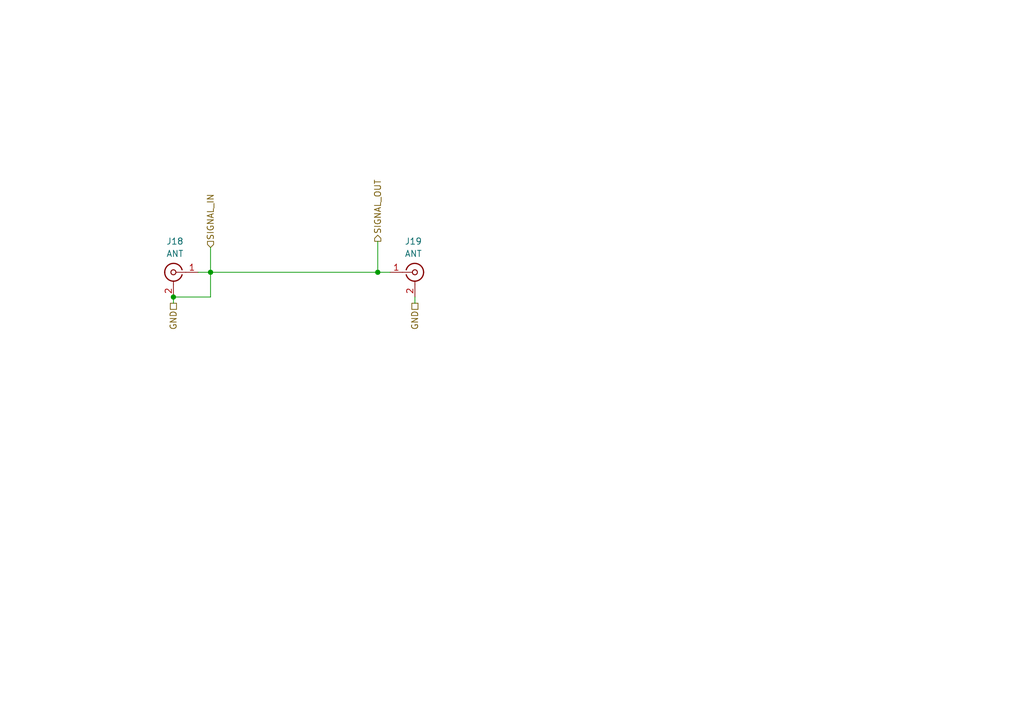
<source format=kicad_sch>
(kicad_sch (version 20231120) (generator "eeschema") (generator_version "8.0")
  (paper "A5")
  (title_block (title "Matched Distributive Filter") (date "2025-04-29") (rev "v1.0"))
  (lib_symbols
    (symbol "Connector:Conn_Coaxial" (pin_names (offset 1.016) hide)
      (property "Reference" "J" (at 0.254 3.048 0))
      (property "Value" "Conn_Coaxial" (at 2.921 0 90))
      (symbol "Conn_Coaxial_0_1"
        (arc (start -1.778 -0.508) (mid 0.2311 -1.8066) (end 1.778 0) (stroke (width 0.254)))
        (polyline (pts (xy -2.54 0) (xy -0.508 0)))
        (polyline (pts (xy 0 -2.54) (xy 0 -1.778)))
        (circle (center 0 0) (radius 0.508) (stroke (width 0.2032)))
        (arc (start 1.778 0) (mid 0.2099 1.8101) (end -1.778 0.508) (stroke (width 0.254)))
      )
      (symbol "Conn_Coaxial_1_1"
        (pin passive line (at -5.08 0 0) (length 2.54) (name "In") (number "1"))
        (pin passive line (at 0 -5.08 90) (length 2.54) (name "Ext") (number "2"))
      )
    )
  )
  (junction (at 77.47 55.88))
  (junction (at 35.56 60.96))
  (junction (at 43.18 55.88))
  (wire (pts (xy 43.18 55.88) (xy 43.18 60.96)))
  (wire (pts (xy 85.09 62.23) (xy 85.09 60.96)))
  (wire (pts (xy 43.18 60.96) (xy 35.56 60.96)))
  (wire (pts (xy 40.64 55.88) (xy 43.18 55.88)))
  (wire (pts (xy 35.56 62.23) (xy 35.56 60.96)))
  (wire (pts (xy 77.47 49.53) (xy 77.47 55.88)))
  (wire (pts (xy 77.47 55.88) (xy 80.01 55.88)))
  (wire (pts (xy 43.18 50.8) (xy 43.18 55.88)))
  (wire (pts (xy 43.18 55.88) (xy 77.47 55.88)))
  (hierarchical_label "GND" (shape passive) (at 35.56 62.23 270))
  (hierarchical_label "SIGNAL_OUT" (shape output) (at 77.47 49.53 90))
  (hierarchical_label "SIGNAL_IN" (shape input) (at 43.18 50.8 90))
  (hierarchical_label "GND" (shape passive) (at 85.09 62.23 270))
  (symbol (lib_id "Connector:Conn_Coaxial") (at 85.09 55.88 0) (unit 1)
    (property "Reference" "J19" (at 84.7726 49.53 0))
    (property "Value" "ANT" (at 84.7726 52.07 0))
    (property "Footprint" "Library:CONN_142-0711-821_CIN" (effects (hide yes)))
    (property "Description" "coaxial connector (BNC, SMA, SMB, SMC, Cinch/RCA, LEMO, ...)" (effects (hide yes)))
  )
  (symbol (lib_id "Connector:Conn_Coaxial") (at 35.56 55.88 0) (mirror y) (unit 1)
    (property "Reference" "J18" (at 35.8774 49.53 0))
    (property "Value" "ANT" (at 35.8774 52.07 0))
    (property "Footprint" "Library:CONN_142-0711-821_CIN" (effects (hide yes)))
    (property "Description" "coaxial connector (BNC, SMA, SMB, SMC, Cinch/RCA, LEMO, ...)" (effects (hide yes)))
  )
)
</source>
